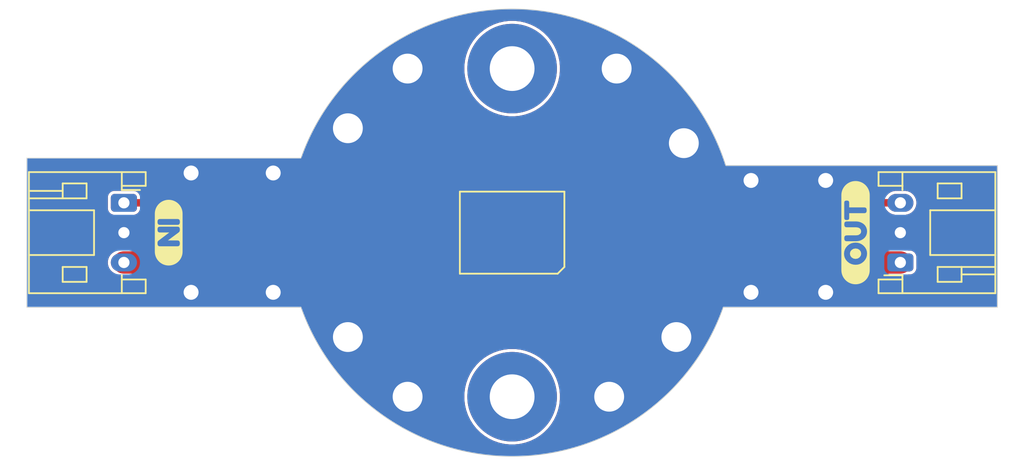
<source format=kicad_pcb>
(kicad_pcb (version 20241229) (generator "pcbnew") (generator_version "9.0")
  (layers (0 "F.Cu" signal) (2 "B.Cu" signal) (13 "F.Paste" user) (15 "B.Paste" user) (5 "F.SilkS" user "F.Silkscreen") (7 "B.SilkS" user "B.Silkscreen") (1 "F.Mask" user) (3 "B.Mask" user) (25 "Edge.Cuts" user))
  (net 0 "")
  (net 3 "/DOUT")
  (net 4 "GND")
  (net 5 "+5V")
  (net 6 "/DIN")
  (footprint "Connector_JST:JST_PH_S3B-PH-K_1x03_P2.00mm_Horizontal" (layer "F.Cu") (at 124 98 -90)
    (property "Reference" "J1")
    (property "Value" "CONN_IN")
    (fp_line (start -2.06 6.36) (end 6.06 6.36) (stroke (width 0.12)) (layer "F.SilkS"))
    (fp_line (start 0.5 6.36) (end 0.5 2) (stroke (width 0.12)) (layer "F.SilkS"))
    (fp_line (start 6.06 6.36) (end 6.06 -1.46) (stroke (width 0.12)) (layer "F.SilkS"))
    (fp_line (start -1.3 4.1) (end -0.3 4.1) (stroke (width 0.12)) (layer "F.SilkS"))
    (fp_line (start -0.8 4.1) (end -0.8 6.36) (stroke (width 0.12)) (layer "F.SilkS"))
    (fp_line (start -0.3 4.1) (end -0.3 6.36) (stroke (width 0.12)) (layer "F.SilkS"))
    (fp_line (start -0.3 4.1) (end -0.3 2.5) (stroke (width 0.12)) (layer "F.SilkS"))
    (fp_line (start 4.3 4.1) (end 4.3 2.5) (stroke (width 0.12)) (layer "F.SilkS"))
    (fp_line (start 5.3 4.1) (end 4.3 4.1) (stroke (width 0.12)) (layer "F.SilkS"))
    (fp_line (start -1.3 2.5) (end -1.3 4.1) (stroke (width 0.12)) (layer "F.SilkS"))
    (fp_line (start -0.3 2.5) (end -1.3 2.5) (stroke (width 0.12)) (layer "F.SilkS"))
    (fp_line (start 4.3 2.5) (end 5.3 2.5) (stroke (width 0.12)) (layer "F.SilkS"))
    (fp_line (start 5.3 2.5) (end 5.3 4.1) (stroke (width 0.12)) (layer "F.SilkS"))
    (fp_line (start 0.5 2) (end 3.5 2) (stroke (width 0.12)) (layer "F.SilkS"))
    (fp_line (start 3.5 2) (end 3.5 6.36) (stroke (width 0.12)) (layer "F.SilkS"))
    (fp_line (start -2.06 0.14) (end -1.14 0.14) (stroke (width 0.12)) (layer "F.SilkS"))
    (fp_line (start -1.14 0.14) (end -1.14 -1.46) (stroke (width 0.12)) (layer "F.SilkS"))
    (fp_line (start -0.86 0.14) (end -1.14 0.14) (stroke (width 0.12)) (layer "F.SilkS"))
    (fp_line (start -0.86 0.14) (end -0.86 -1.075) (stroke (width 0.12)) (layer "F.SilkS"))
    (fp_line (start 5.14 0.14) (end 4.86 0.14) (stroke (width 0.12)) (layer "F.SilkS"))
    (fp_line (start 6.06 0.14) (end 5.14 0.14) (stroke (width 0.12)) (layer "F.SilkS"))
    (fp_line (start -2.06 -1.46) (end -2.06 6.36) (stroke (width 0.12)) (layer "F.SilkS"))
    (fp_line (start -1.14 -1.46) (end -2.06 -1.46) (stroke (width 0.12)) (layer "F.SilkS"))
    (fp_line (start 5.14 -1.46) (end 5.14 0.14) (stroke (width 0.12)) (layer "F.SilkS"))
    (fp_line (start 6.06 -1.46) (end 5.14 -1.46) (stroke (width 0.12)) (layer "F.SilkS"))
    (pad "1" thru_hole roundrect (at 0 0 270) (size 1.2 1.75) (drill 0.75) (layers "*.Cu" "*.Mask") (roundrect_rratio 0.208333) (net 6 "/DIN"))
    (pad "2" thru_hole oval (at 2 0 270) (size 1.2 1.75) (drill 0.75) (layers "*.Cu" "*.Mask") (net 4 "GND"))
    (pad "3" thru_hole oval (at 4 0 270) (size 1.2 1.75) (drill 0.75) (layers "*.Cu" "*.Mask") (net 5 "+5V"))
  )
  (footprint "kibuzzard-692CA1C6" (layer "F.Cu") (at 127 100 -90)
    (property "Reference" "kibuzzard-692CA1C6" (hide yes))
    (property "Value" "G***" (hide yes))
    (fp_poly (pts (xy -0.915236 -0.9299) (xy -1.27289 -0.9299) (xy -1.364036 -0.925422) (xy -1.454304 -0.912032) (xy -1.542826 -0.889859) (xy -1.628747 -0.859115) (xy -1.711242 -0.820098) (xy -1.789515 -0.773183) (xy -1.862812 -0.718822) (xy -1.930428 -0.657538) (xy -1.991712 -0.589922) (xy -2.046073 -0.516625) (xy -2.092988 -0.438352) (xy -2.132005 -0.355857) (xy -2.162749 -0.269936) (xy -2.184922 -0.181414) (xy -2.198312 -0.091146) (xy -2.20279 0) (xy -2.198312 0.091146) (xy -2.184922 0.181414) (xy -2.162749 0.269936) (xy -2.132005 0.355857) (xy -2.092988 0.438352) (xy -2.046073 0.516625) (xy -1.991712 0.589922) (xy -1.930428 0.657538) (xy -1.862812 0.718822) (xy -1.789515 0.773183) (xy -1.711242 0.820098) (xy -1.628747 0.859115) (xy -1.542826 0.889859) (xy -1.454304 0.912032) (xy -1.364036 0.925422) (xy -1.27289 0.9299) (xy -0.915236 0.9299) (xy -0.719957 0.9299) (xy -0.719957 0.751073) (xy -0.831545 0.736052) (xy -0.891631 0.686695) (xy -0.912017 0.627682) (xy -0.915236 0.553648) (xy -0.915236 -0.555794) (xy -0.912017 -0.627682) (xy -0.891631 -0.686695) (xy -0.831545 -0.736052) (xy -0.717811 -0.751073) (xy -0.606223 -0.736052) (xy -0.546137 -0.686695) (xy -0.525751 -0.627682) (xy -0.522532 -0.553648) (xy -0.522532 0.555794) (xy -0.525751 0.629828) (xy -0.546137 0.687768) (xy -0.606223 0.736052) (xy -0.719957 0.751073) (xy -0.719957 0.9299) (xy -0.209227 0.9299) (xy -0.209227 0.751073) (xy -0.319742 0.736052) (xy -0.377682 0.687768) (xy -0.398069 0.628755) (xy -0.402361 0.553648) (xy -0.402361 -0.560086) (xy -0.398069 -0.631974) (xy -0.376609 -0.688841) (xy -0.317597 -0.734979) (xy -0.204936 -0.748927) (xy -0.107296 -0.736052) (xy -0.052575 -0.709227) (xy -0.013949 -0.665236) (xy 0.522532 0.055794) (xy 0.522532 -0.560086) (xy 0.526824 -0.630901) (xy 0.548283 -0.687768) (xy 0.608369 -0.733906) (xy 0.719957 -0.748927) (xy 0.831545 -0.733906) (xy 0.891631 -0.684549) (xy 0.912017 -0.625536) (xy 0.915236 -0.551502) (xy 0.915236 0.555794) (xy 0.912017 0.629828) (xy 0.891631 0.687768) (xy 0.831545 0.736052) (xy 0.717811 0.751073) (xy 0.607296 0.73927) (xy 0.543991 0.693133) (xy -0.011803 -0.040773) (xy -0.011803 0.555794) (xy -0.015021 0.629828) (xy -0.035408 0.687768) (xy -0.095494 0.736052) (xy -0.209227 0.751073) (xy -0.209227 0.9299) (xy 0.915236 0.9299) (xy 1.27289 0.9299) (xy 1.364036 0.925422) (xy 1.454304 0.912032) (xy 1.542826 0.889859) (xy 1.628747 0.859115) (xy 1.711242 0.820098) (xy 1.789515 0.773183) (xy 1.862812 0.718822) (xy 1.930428 0.657538) (xy 1.991712 0.589922) (xy 2.046073 0.516625) (xy 2.092988 0.438352) (xy 2.132005 0.355857) (xy 2.162749 0.269936) (xy 2.184922 0.181414) (xy 2.198312 0.091146) (xy 2.20279 0) (xy 2.198312 -0.091146) (xy 2.184922 -0.181414) (xy 2.162749 -0.269936) (xy 2.132005 -0.355857) (xy 2.092988 -0.438352) (xy 2.046073 -0.516625) (xy 1.991712 -0.589922) (xy 1.930428 -0.657538) (xy 1.862812 -0.718822) (xy 1.789515 -0.773183) (xy 1.711242 -0.820098) (xy 1.628747 -0.859115) (xy 1.542826 -0.889859) (xy 1.454304 -0.912032) (xy 1.364036 -0.925422) (xy 1.27289 -0.9299) (xy 0.915236 -0.9299) (xy -0.915236 -0.9299)) (fill yes) (layer "F.SilkS"))
  )
  (footprint "Connector_JST:JST_PH_S3B-PH-K_1x03_P2.00mm_Horizontal" (layer "F.Cu") (at 176 102 90)
    (property "Reference" "J2")
    (property "Value" "CONN_IN")
    (fp_line (start 6.06 -1.46) (end 5.14 -1.46) (stroke (width 0.12)) (layer "F.SilkS"))
    (fp_line (start 5.14 -1.46) (end 5.14 0.14) (stroke (width 0.12)) (layer "F.SilkS"))
    (fp_line (start -1.14 -1.46) (end -2.06 -1.46) (stroke (width 0.12)) (layer "F.SilkS"))
    (fp_line (start -2.06 -1.46) (end -2.06 6.36) (stroke (width 0.12)) (layer "F.SilkS"))
    (fp_line (start 6.06 0.14) (end 5.14 0.14) (stroke (width 0.12)) (layer "F.SilkS"))
    (fp_line (start 5.14 0.14) (end 4.86 0.14) (stroke (width 0.12)) (layer "F.SilkS"))
    (fp_line (start -0.86 0.14) (end -0.86 -1.075) (stroke (width 0.12)) (layer "F.SilkS"))
    (fp_line (start -0.86 0.14) (end -1.14 0.14) (stroke (width 0.12)) (layer "F.SilkS"))
    (fp_line (start -1.14 0.14) (end -1.14 -1.46) (stroke (width 0.12)) (layer "F.SilkS"))
    (fp_line (start -2.06 0.14) (end -1.14 0.14) (stroke (width 0.12)) (layer "F.SilkS"))
    (fp_line (start 3.5 2) (end 3.5 6.36) (stroke (width 0.12)) (layer "F.SilkS"))
    (fp_line (start 0.5 2) (end 3.5 2) (stroke (width 0.12)) (layer "F.SilkS"))
    (fp_line (start 5.3 2.5) (end 5.3 4.1) (stroke (width 0.12)) (layer "F.SilkS"))
    (fp_line (start 4.3 2.5) (end 5.3 2.5) (stroke (width 0.12)) (layer "F.SilkS"))
    (fp_line (start -0.3 2.5) (end -1.3 2.5) (stroke (width 0.12)) (layer "F.SilkS"))
    (fp_line (start -1.3 2.5) (end -1.3 4.1) (stroke (width 0.12)) (layer "F.SilkS"))
    (fp_line (start 5.3 4.1) (end 4.3 4.1) (stroke (width 0.12)) (layer "F.SilkS"))
    (fp_line (start 4.3 4.1) (end 4.3 2.5) (stroke (width 0.12)) (layer "F.SilkS"))
    (fp_line (start -0.3 4.1) (end -0.3 2.5) (stroke (width 0.12)) (layer "F.SilkS"))
    (fp_line (start -0.3 4.1) (end -0.3 6.36) (stroke (width 0.12)) (layer "F.SilkS"))
    (fp_line (start -0.8 4.1) (end -0.8 6.36) (stroke (width 0.12)) (layer "F.SilkS"))
    (fp_line (start -1.3 4.1) (end -0.3 4.1) (stroke (width 0.12)) (layer "F.SilkS"))
    (fp_line (start 6.06 6.36) (end 6.06 -1.46) (stroke (width 0.12)) (layer "F.SilkS"))
    (fp_line (start 0.5 6.36) (end 0.5 2) (stroke (width 0.12)) (layer "F.SilkS"))
    (fp_line (start -2.06 6.36) (end 6.06 6.36) (stroke (width 0.12)) (layer "F.SilkS"))
    (pad "1" thru_hole roundrect (at 0 0 90) (size 1.2 1.75) (drill 0.75) (layers "*.Cu" "*.Mask") (roundrect_rratio 0.208333) (net 5 "+5V"))
    (pad "2" thru_hole oval (at 2 0 90) (size 1.2 1.75) (drill 0.75) (layers "*.Cu" "*.Mask") (net 4 "GND"))
    (pad "3" thru_hole oval (at 4 0 90) (size 1.2 1.75) (drill 0.75) (layers "*.Cu" "*.Mask") (net 3 "/DOUT"))
  )
  (footprint "Personal library:M2 Standoff" (layer "F.Cu") (at 150 89 180)
    (property "Reference" "H1")
    (property "Value" "M2 Standoff")
    (pad "1" thru_hole circle (at 0 0 180) (size 6 6) (drill 3) (layers "*.Cu" "*.Mask"))
  )
  (footprint "kibuzzard-692CA1CF" (layer "F.Cu") (at 173 100 90)
    (property "Reference" "kibuzzard-692CA1CF" (hide yes))
    (property "Value" "G***" (hide yes))
    (fp_poly (pts (xy -1.410944 0.378755) (xy -1.27441 0.351663) (xy -1.160944 0.270386) (xy -1.084496 0.148873) (xy -1.059013 0.001073) (xy -1.084764 -0.145655) (xy -1.162017 -0.26824) (xy -1.275215 -0.351127) (xy -1.408798 -0.378755) (xy -1.543991 -0.351127) (xy -1.657725 -0.26824) (xy -1.734979 -0.145655) (xy -1.76073 0.001073) (xy -1.73471 0.14485) (xy -1.656652 0.267167) (xy -1.543187 0.350858) (xy -1.410944 0.378755)) (fill yes) (layer "F.SilkS"))
    (fp_poly (pts (xy -2.153433 -0.950286) (xy -2.511087 -0.950286) (xy -2.604232 -0.94571) (xy -2.696479 -0.932027) (xy -2.786941 -0.909367) (xy -2.874746 -0.87795) (xy -2.959049 -0.838078) (xy -3.039038 -0.790134) (xy -3.113942 -0.734581) (xy -3.183041 -0.671954) (xy -3.245668 -0.602855) (xy -3.301221 -0.527951) (xy -3.349165 -0.447962) (xy -3.389037 -0.363659) (xy -3.420454 -0.275854) (xy -3.443114 -0.185392) (xy -3.456798 -0.093144) (xy -3.461373 0) (xy -3.456798 0.093144) (xy -3.443114 0.185392) (xy -3.420454 0.275854) (xy -3.389037 0.363659) (xy -3.349165 0.447962) (xy -3.301221 0.527951) (xy -3.245668 0.602855) (xy -3.183041 0.671954) (xy -3.113942 0.734581) (xy -3.039038 0.790134) (xy -2.959049 0.838078) (xy -2.874746 0.87795) (xy -2.786941 0.909367) (xy -2.696479 0.932027) (xy -2.604232 0.94571) (xy -2.511087 0.950286) (xy -2.153433 0.950286) (xy -1.400215 0.950286) (xy -1.400215 0.771459) (xy -1.550161 0.757511) (xy -1.688841 0.715665) (xy -1.816255 0.645923) (xy -1.932403 0.548283) (xy -2.029104 0.430928) (xy -2.098176 0.302039) (xy -2.139619 0.161615) (xy -2.153433 0.009657) (xy -2.140021 -0.147264) (xy -2.099785 -0.291845) (xy -2.032725 -0.424088) (xy -1.938841 -0.543991) (xy -1.825778 -0.643509) (xy -1.70118 -0.714592) (xy -1.565048 -0.757242) (xy -1.417382 -0.771459) (xy -1.266631 -0.757444) (xy -1.127682 -0.715397) (xy -1.000536 -0.645319) (xy -0.885193 -0.54721) (xy -0.789431 -0.428849) (xy -0.72103 -0.298015) (xy -0.679989 -0.154708) (xy -0.666309 0.001073) (xy -0.679788 0.154171) (xy -0.720225 0.295869) (xy -0.787621 0.426167) (xy -0.881974 0.545064) (xy -0.995239 0.644112) (xy -1.119367 0.714861) (xy -1.254359 0.75731) (xy -1.400215 0.771459) (xy -1.400215 0.950286) (xy 0.084764 0.950286) (xy 0.084764 0.771459) (xy -0.064914 0.755097) (xy -0.200644 0.706009) (xy -0.317328 0.630097) (xy -0.409871 0.533262) (xy -0.480955 0.421137) (xy -0.533262 0.299356) (xy -0.565451 0.171674) (xy -0.57618 0.041845) (xy -0.57618 -0.559013) (xy -0.572961 -0.633047) (xy -0.552575 -0.69206) (xy -0.492489 -0.741416) (xy -0.378755 -0.756438) (xy -0.266094 -0.741416) (xy -0.207082 -0.693133) (xy -0.185622 -0.633047) (xy -0.18133 -0.556867) (xy -0.18133 0.041845) (xy -0.159871 0.193133) (xy -0.074034 0.319742) (xy -0.000536 0.362393) (xy 0.091202 0.376609) (xy 0.20118 0.353541) (xy 0.286481 0.284335) (xy 0.341202 0.177039) (xy 0.359442 0.0397) (xy 0.359442 -0.569742) (xy 0.363734 -0.639485) (xy 0.385193 -0.695279) (xy 0.445279 -0.741416) (xy 0.556867 -0.756438) (xy 0.668455 -0.741416) (xy 0.728541 -0.690987) (xy 0.748927 -0.630901) (xy 0.752146 -0.556867) (xy 0.752146 0.046137) (xy 0.741148 0.175966) (xy 0.708155 0.303648) (xy 0.654775 0.425161) (xy 0.582618 0.536481) (xy 0.489002 0.632242) (xy 0.371245 0.707082) (xy 0.23471 0.755365) (xy 0.084764 0.771459) (xy 0.084764 0.950286) (xy 1.496781 0.950286) (xy 1.496781 0.747854) (xy 1.386266 0.732833) (xy 1.328326 0.684549) (xy 1.309013 0.626609) (xy 1.305794 0.554721) (xy 1.305794 -0.425966) (xy 1.007511 -0.425966) (xy 0.946352 -0.429185) (xy 0.898069 -0.446352) (xy 0.857296 -0.496781) (xy 0.844421 -0.593348) (xy 0.857296 -0.686695) (xy 0.899142 -0.736052) (xy 0.948498 -0.753219) (xy 1.009657 -0.756438) (xy 1.990343 -0.756438) (xy 2.051502 -0.753219) (xy 2.099785 -0.736052) (xy 2.140558 -0.685622) (xy 2.153433 -0.591202) (xy 2.140558 -0.496781) (xy 2.098712 -0.446352) (xy 2.049356 -0.429185) (xy 1.988197 -0.425966) (xy 1.69206 -0.425966) (xy 1.69206 0.556867) (xy 1.688841 0.628755) (xy 1.668455 0.685622) (xy 1.608369 0.732833) (xy 1.496781 0.747854) (xy 1.496781 0.950286) (xy 2.153433 0.950286) (xy 2.511087 0.950286) (xy 2.604232 0.94571) (xy 2.696479 0.932027) (xy 2.786941 0.909367) (xy 2.874746 0.87795) (xy 2.959049 0.838078) (xy 3.039038 0.790134) (xy 3.113942 0.734581) (xy 3.183041 0.671954) (xy 3.245668 0.602855) (xy 3.301221 0.527951) (xy 3.349165 0.447962) (xy 3.389037 0.363659) (xy 3.420454 0.275854) (xy 3.443114 0.185392) (xy 3.456798 0.093144) (xy 3.461373 0) (xy 3.456798 -0.093144) (xy 3.443114 -0.185392) (xy 3.420454 -0.275854) (xy 3.389037 -0.363659) (xy 3.349165 -0.447962) (xy 3.301221 -0.527951) (xy 3.245668 -0.602855) (xy 3.183041 -0.671954) (xy 3.113942 -0.734581) (xy 3.039038 -0.790134) (xy 2.959049 -0.838078) (xy 2.874746 -0.87795) (xy 2.786941 -0.909367) (xy 2.696479 -0.932027) (xy 2.604232 -0.94571) (xy 2.511087 -0.950286) (xy 2.153433 -0.950286) (xy -2.153433 -0.950286)) (fill yes) (layer "F.SilkS"))
  )
  (footprint "Personal library:M2 Standoff" (layer "F.Cu") (at 150 111 180)
    (property "Reference" "H2")
    (property "Value" "M2 Standoff")
    (pad "1" thru_hole circle (at 0 0 180) (size 6 6) (drill 3) (layers "*.Cu" "*.Mask"))
  )
  (footprint "LED_SMD:LED_WS2812_PLCC6_5.0x5.0mm_P1.6mm" (layer "F.Cu") (at 150 100 180)
    (property "Reference" "D1")
    (property "Value" "WS2813B")
    (fp_line (start 3.5 2.75) (end 3.5 -2.75) (stroke (width 0.12)) (layer "F.SilkS"))
    (fp_line (start 3.5 2.75) (end -3.5 2.75) (stroke (width 0.12)) (layer "F.SilkS"))
    (fp_line (start 3.5 -2.75) (end -3.05 -2.75) (stroke (width 0.12)) (layer "F.SilkS"))
    (fp_line (start -3.05 -2.75) (end -3.5 -2.3) (stroke (width 0.12)) (layer "F.SilkS"))
    (fp_line (start -3.5 -2.3) (end -3.5 2.75) (stroke (width 0.12)) (layer "F.SilkS"))
    (pad "1" smd rect (at -2.45 -1.6 180) (size 1.5 1) (layers "F.Cu" "F.Mask" "F.Paste"))
    (pad "2" smd rect (at -2.45 0 180) (size 1.5 1) (layers "F.Cu" "F.Mask" "F.Paste") (net 5 "+5V"))
    (pad "3" smd rect (at -2.45 1.6 180) (size 1.5 1) (layers "F.Cu" "F.Mask" "F.Paste") (net 3 "/DOUT"))
    (pad "4" smd rect (at 2.45 1.6 180) (size 1.5 1) (layers "F.Cu" "F.Mask" "F.Paste") (net 6 "/DIN"))
    (pad "5" smd rect (at 2.45 0 180) (size 1.5 1) (layers "F.Cu" "F.Mask" "F.Paste") (net 4 "GND"))
    (pad "6" smd rect (at 2.45 -1.6 180) (size 1.5 1) (layers "F.Cu" "F.Mask" "F.Paste"))
  )
  (gr_line (start 117.5 95) (end 117.5 105) (stroke (width 0.05)) (layer "Edge.Cuts"))
  (gr_line (start 182.5 105) (end 164.142135 105) (stroke (width 0.05)) (layer "Edge.Cuts"))
  (gr_arc (start 135.873871 94.954954) (mid 150.287467 85.002755) (end 164.309088 95.5) (stroke (width 0.05)) (layer "Edge.Cuts"))
  (gr_line (start 117.5 105) (end 135.857866 105) (stroke (width 0.05)) (layer "Edge.Cuts"))
  (gr_arc (start 164.142135 105) (mid 150 114.999999) (end 135.857865 105) (stroke (width 0.05)) (layer "Edge.Cuts"))
  (gr_line (start 182.5 95.5) (end 164.309088 95.5) (stroke (width 0.05)) (layer "Edge.Cuts"))
  (gr_line (start 135.857865 95) (end 117.5 95) (stroke (width 0.05)) (layer "Edge.Cuts"))
  (gr_line (start 182.5 95.5) (end 182.5 105) (stroke (width 0.05)) (layer "Edge.Cuts"))
  (segment (start 176 98) (end 155.3 98) (width 0.5) (layer "F.Cu") (net 3))
  (segment (start 155.3 98) (end 154.9 98.4) (width 0.5) (layer "F.Cu") (net 3))
  (segment (start 154.9 98.4) (end 152.45 98.4) (width 0.5) (layer "F.Cu") (net 3))
  (via (at 139 93) (size 3) (drill 2) (layers "F.Cu" "B.Cu") (net 4))
  (via (at 171 96.5) (size 1.4) (drill 1) (layers "F.Cu" "B.Cu") (net 4))
  (via (at 134 104) (size 1.4) (drill 1) (layers "F.Cu" "B.Cu") (net 4))
  (via (at 139 107) (size 3) (drill 2) (layers "F.Cu" "B.Cu") (net 4))
  (via (at 157 89) (size 3) (drill 2) (layers "F.Cu" "B.Cu") (net 4))
  (via (at 171 104) (size 1.4) (drill 1) (layers "F.Cu" "B.Cu") (net 4))
  (via (at 128.5 104) (size 1.4) (drill 1) (layers "F.Cu" "B.Cu") (net 4))
  (via (at 166 104) (size 1.4) (drill 1) (layers "F.Cu" "B.Cu") (net 4))
  (via (at 166 96.5) (size 1.4) (drill 1) (layers "F.Cu" "B.Cu") (net 4))
  (via (at 161 107) (size 3) (drill 2) (layers "F.Cu" "B.Cu") (net 4))
  (via (at 143 89) (size 3) (drill 2) (layers "F.Cu" "B.Cu") (net 4))
  (via (at 161.5 94) (size 3) (drill 2) (layers "F.Cu" "B.Cu") (net 4))
  (via (at 143 111) (size 3) (drill 2) (layers "F.Cu" "B.Cu") (net 4))
  (via (at 128.5 96) (size 1.4) (drill 1) (layers "F.Cu" "B.Cu") (net 4))
  (via (at 134 96) (size 1.4) (drill 1) (layers "F.Cu" "B.Cu") (net 4))
  (via (at 156.5 111) (size 3) (drill 2) (layers "F.Cu" "B.Cu") (net 4))
  (segment (start 137.5 102) (end 139.5 104) (width 1.5) (layer "F.Cu") (net 5))
  (segment (start 149.5 101.5) (end 151 100) (width 1.5) (layer "F.Cu") (net 5))
  (segment (start 149 104) (end 149.5 103.5) (width 1.5) (layer "F.Cu") (net 5))
  (segment (start 153.5 100) (end 155.5 102) (width 1.5) (layer "F.Cu") (net 5))
  (segment (start 151 100) (end 152.45 100) (width 1.5) (layer "F.Cu") (net 5))
  (segment (start 139.5 104) (end 149 104) (width 1.5) (layer "F.Cu") (net 5))
  (segment (start 124 102) (end 137.5 102) (width 1.5) (layer "F.Cu") (net 5))
  (segment (start 155.5 102) (end 176 102) (width 1.5) (layer "F.Cu") (net 5))
  (segment (start 149.5 103.5) (end 149.5 101.5) (width 1.5) (layer "F.Cu") (net 5))
  (segment (start 152.45 100) (end 153.5 100) (width 1.5) (layer "F.Cu") (net 5))
  (segment (start 143.6 98.4) (end 147.55 98.4) (width 0.5) (layer "F.Cu") (net 6))
  (segment (start 124 98) (end 143.2 98) (width 0.5) (layer "F.Cu") (net 6))
  (segment (start 143.2 98) (end 143.6 98.4) (width 0.5) (layer "F.Cu") (net 6))
  (zone (net 4) (net_name "GND") (layers "F.Cu" "B.Cu") (connect_pads yes (clearance 0.2)) (min_thickness 0.25) (fill yes (thermal_gap 0.5) (thermal_bridge_width 0.5))
    (polygon (pts (xy 117 85) (xy 183 85) (xy 183 115.5) (xy 117 115.5)))
  )
)
</source>
